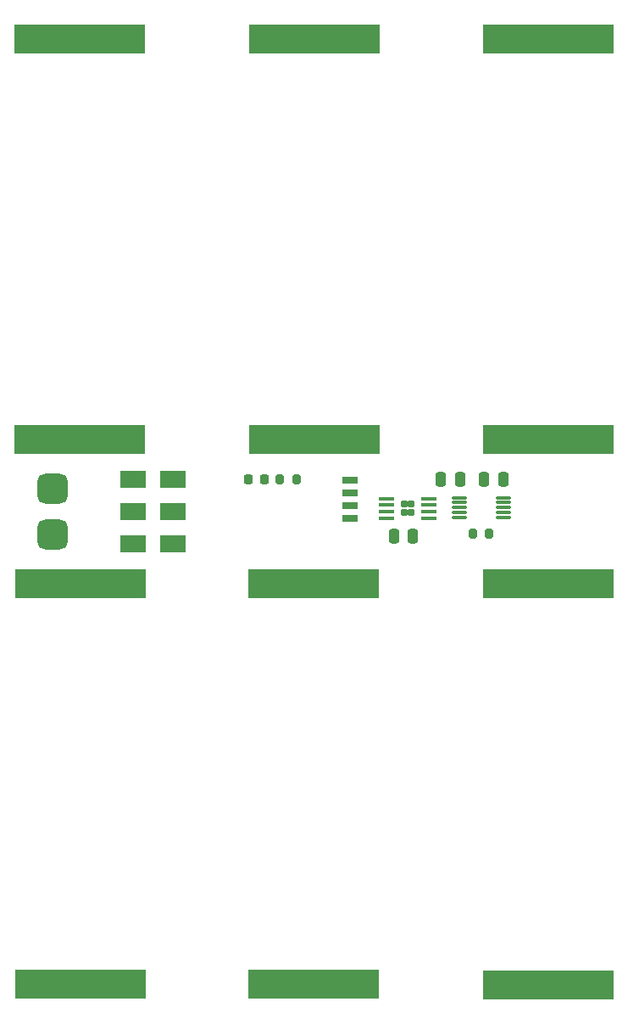
<source format=gbr>
%TF.GenerationSoftware,KiCad,Pcbnew,8.0.2-1*%
%TF.CreationDate,2024-07-10T10:50:47-07:00*%
%TF.ProjectId,solar-panel-NoCutout,736f6c61-722d-4706-916e-656c2d4e6f43,3.0*%
%TF.SameCoordinates,Original*%
%TF.FileFunction,Paste,Top*%
%TF.FilePolarity,Positive*%
%FSLAX46Y46*%
G04 Gerber Fmt 4.6, Leading zero omitted, Abs format (unit mm)*
G04 Created by KiCad (PCBNEW 8.0.2-1) date 2024-07-10 10:50:47*
%MOMM*%
%LPD*%
G01*
G04 APERTURE LIST*
G04 Aperture macros list*
%AMRoundRect*
0 Rectangle with rounded corners*
0 $1 Rounding radius*
0 $2 $3 $4 $5 $6 $7 $8 $9 X,Y pos of 4 corners*
0 Add a 4 corners polygon primitive as box body*
4,1,4,$2,$3,$4,$5,$6,$7,$8,$9,$2,$3,0*
0 Add four circle primitives for the rounded corners*
1,1,$1+$1,$2,$3*
1,1,$1+$1,$4,$5*
1,1,$1+$1,$6,$7*
1,1,$1+$1,$8,$9*
0 Add four rect primitives between the rounded corners*
20,1,$1+$1,$2,$3,$4,$5,0*
20,1,$1+$1,$4,$5,$6,$7,0*
20,1,$1+$1,$6,$7,$8,$9,0*
20,1,$1+$1,$8,$9,$2,$3,0*%
G04 Aperture macros list end*
%ADD10RoundRect,0.157500X0.157500X0.217500X-0.157500X0.217500X-0.157500X-0.217500X0.157500X-0.217500X0*%
%ADD11RoundRect,0.100000X0.687500X0.100000X-0.687500X0.100000X-0.687500X-0.100000X0.687500X-0.100000X0*%
%ADD12R,13.000000X3.000000*%
%ADD13RoundRect,0.750000X0.750000X-0.750000X0.750000X0.750000X-0.750000X0.750000X-0.750000X-0.750000X0*%
%ADD14R,2.500000X1.700000*%
%ADD15RoundRect,0.250000X-0.250000X-0.475000X0.250000X-0.475000X0.250000X0.475000X-0.250000X0.475000X0*%
%ADD16RoundRect,0.250000X0.250000X0.475000X-0.250000X0.475000X-0.250000X-0.475000X0.250000X-0.475000X0*%
%ADD17R,1.600000X0.700000*%
%ADD18RoundRect,0.200000X0.200000X0.275000X-0.200000X0.275000X-0.200000X-0.275000X0.200000X-0.275000X0*%
%ADD19RoundRect,0.218750X-0.218750X-0.256250X0.218750X-0.256250X0.218750X0.256250X-0.218750X0.256250X0*%
%ADD20RoundRect,0.075000X-0.650000X-0.075000X0.650000X-0.075000X0.650000X0.075000X-0.650000X0.075000X0*%
G04 APERTURE END LIST*
D10*
%TO.C,U2*%
X154200000Y-114870000D03*
X154200000Y-113970000D03*
X153450000Y-114870000D03*
X153450000Y-113970000D03*
D11*
X155937500Y-115395000D03*
X155937500Y-114745000D03*
X155937500Y-114095000D03*
X155937500Y-113445000D03*
X151712500Y-113445000D03*
X151712500Y-114095000D03*
X151712500Y-114745000D03*
X151712500Y-115395000D03*
%TD*%
D12*
%TO.C,SC5*%
X167860000Y-67570000D03*
X167860000Y-107570000D03*
%TD*%
D13*
%TO.C,TP1*%
X118370000Y-112450000D03*
%TD*%
D14*
%TO.C,D3*%
X126400000Y-118000000D03*
X130400000Y-118000000D03*
%TD*%
D13*
%TO.C,TP2*%
X118360000Y-117050000D03*
%TD*%
D14*
%TO.C,D1*%
X126360000Y-111540000D03*
X130360000Y-111540000D03*
%TD*%
D12*
%TO.C,SC3*%
X144490000Y-67570000D03*
X144490000Y-107570000D03*
%TD*%
%TO.C,SC4*%
X144450000Y-121940000D03*
X144450000Y-161940000D03*
%TD*%
%TO.C,SC2*%
X121120000Y-121920000D03*
X121120000Y-161920000D03*
%TD*%
D14*
%TO.C,D2*%
X126360000Y-114750000D03*
X130360000Y-114750000D03*
%TD*%
D12*
%TO.C,SC6*%
X167850000Y-121950000D03*
X167850000Y-161950000D03*
%TD*%
D15*
%TO.C,C2*%
X152450000Y-117200000D03*
X154350000Y-117200000D03*
%TD*%
D16*
%TO.C,C5*%
X159050000Y-111500000D03*
X157150000Y-111500000D03*
%TD*%
D17*
%TO.C,U1*%
X148075000Y-115430000D03*
X148075000Y-114160000D03*
X148075000Y-112890000D03*
X148075000Y-111620000D03*
%TD*%
D18*
%TO.C,R3*%
X161990000Y-116970000D03*
X160340000Y-116970000D03*
%TD*%
D16*
%TO.C,C3*%
X163349999Y-111500000D03*
X161450001Y-111500000D03*
%TD*%
D19*
%TO.C,D4*%
X137912500Y-111525000D03*
X139487500Y-111525000D03*
%TD*%
D12*
%TO.C,SC1*%
X121090000Y-67570000D03*
X121090000Y-107570000D03*
%TD*%
D18*
%TO.C,R1*%
X142725000Y-111550000D03*
X141075000Y-111550000D03*
%TD*%
D20*
%TO.C,U3*%
X158980000Y-113350000D03*
X158980000Y-113850000D03*
X158980000Y-114350000D03*
X158980000Y-114850000D03*
X158980000Y-115350000D03*
X163380000Y-115350000D03*
X163380000Y-114850000D03*
X163380000Y-114350000D03*
X163380000Y-113850000D03*
X163380000Y-113350000D03*
%TD*%
M02*

</source>
